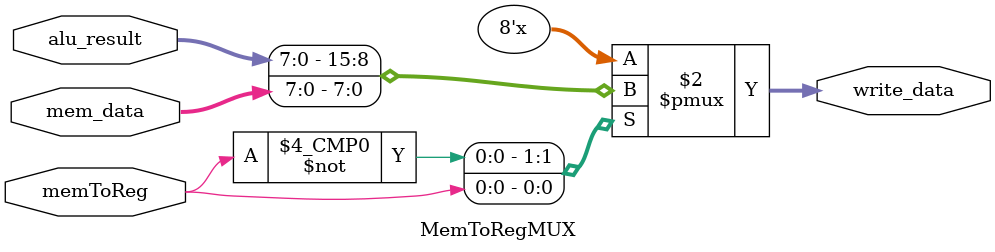
<source format=sv>
module MemToRegMUX (
    input  logic [7:0] alu_result,
    input  logic [7:0] mem_data,
    input  logic       memToReg,     // 0 = alu_result, 1 = mem_data
    output logic [7:0] write_data
);

    always_comb begin
        case (memToReg)
            1'b0: write_data = alu_result;
            1'b1: write_data = mem_data;
        endcase
    end

endmodule

</source>
